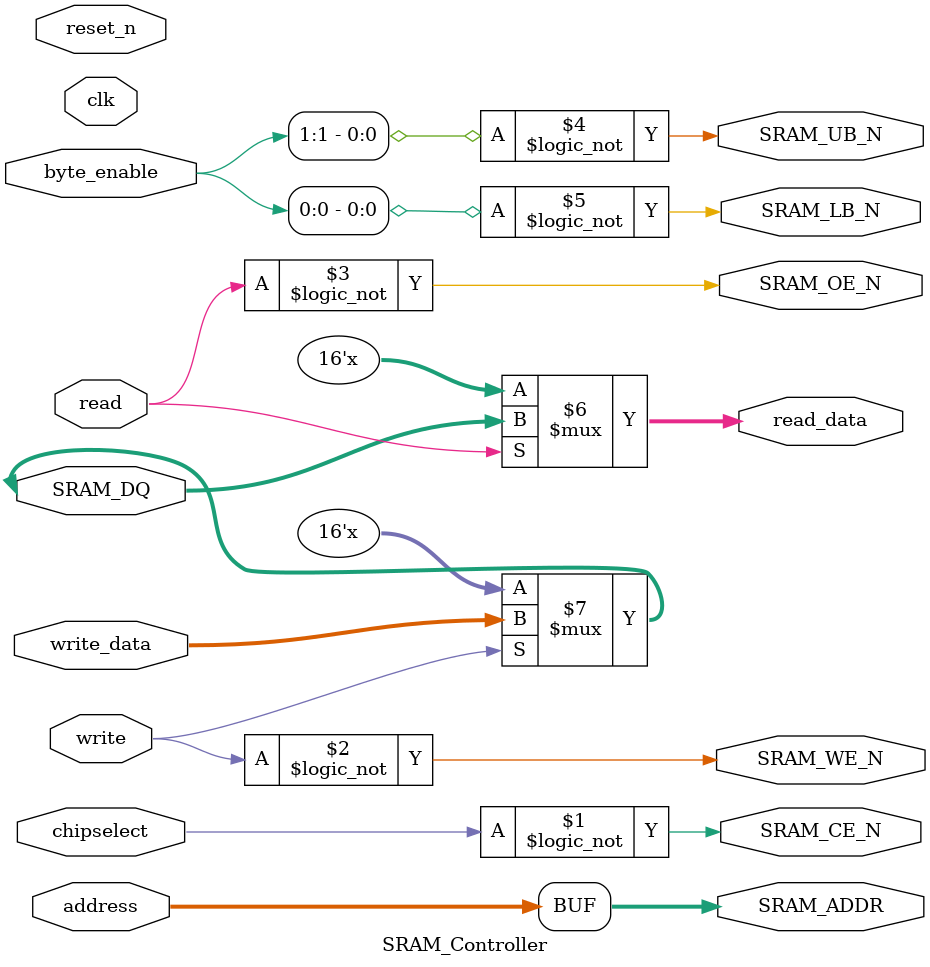
<source format=v>
/*****************************************************************************
 *                                                                           *
 * Module:       SRAM_Controller                                             *
 * Description:                                                              *
 *      This module is used for the sram controller for 3TB4 lab 4           *
 *                                                                           *
 *****************************************************************************/

module SRAM_Controller (
input           clk,
input				 reset_n,
input		[17:0]	address,
input				chipselect,
input		[1:0]	byte_enable,
input				read,
input				write,
input		[15:0]	write_data,

// Bidirectionals
inout wire	[15:0]	SRAM_DQ,

// Outputs
output wire	[15:0]	read_data,
	
output 	[17:0]	SRAM_ADDR,

output				SRAM_CE_N,
output				SRAM_WE_N,
output				SRAM_OE_N,
output				SRAM_UB_N,
output				SRAM_LB_N
);

// Add your code here

	// pass control signals based off of input
	assign SRAM_ADDR = address;
	assign SRAM_CE_N = !(chipselect);
	assign SRAM_WE_N = !(write);
	assign SRAM_OE_N = !(read);
	assign SRAM_UB_N = !(byte_enable[1]);
	assign SRAM_LB_N = !(byte_enable[0]);
	
	assign read_data = read?SRAM_DQ:16'bzzzzzzzzzzzzzzzz;
	assign SRAM_DQ = (write)?write_data:16'bzzzzzzzzzzzzzzzz;
//	always @ (posedge clk)
//		begin
////			if(!reset_n)
////				begin
////					SRAM_DQ <= 16'bzzzzzzzzzzzzzzzz;
////				end  
////			else
////				begin
//					if (!chipselect) 
//					begin
//						SRAM_DQ = 16'bzzzzzzzzzzzzzzzz;
//					end
//		
//					else begin
//						case({read,write})
//							2'b00: SRAM_DQ <= 16'bzzzzzzzzzzzzzzzz;
//							2'b01: SRAM_DQ <= write_data;
//							2'b10: read_data <= SRAM_DQ;
//							default: SRAM_DQ <= 16'bzzzzzzzzzzzzzzzz;
//						endcase	
//					end     
//				end
//		//end			
endmodule
</source>
